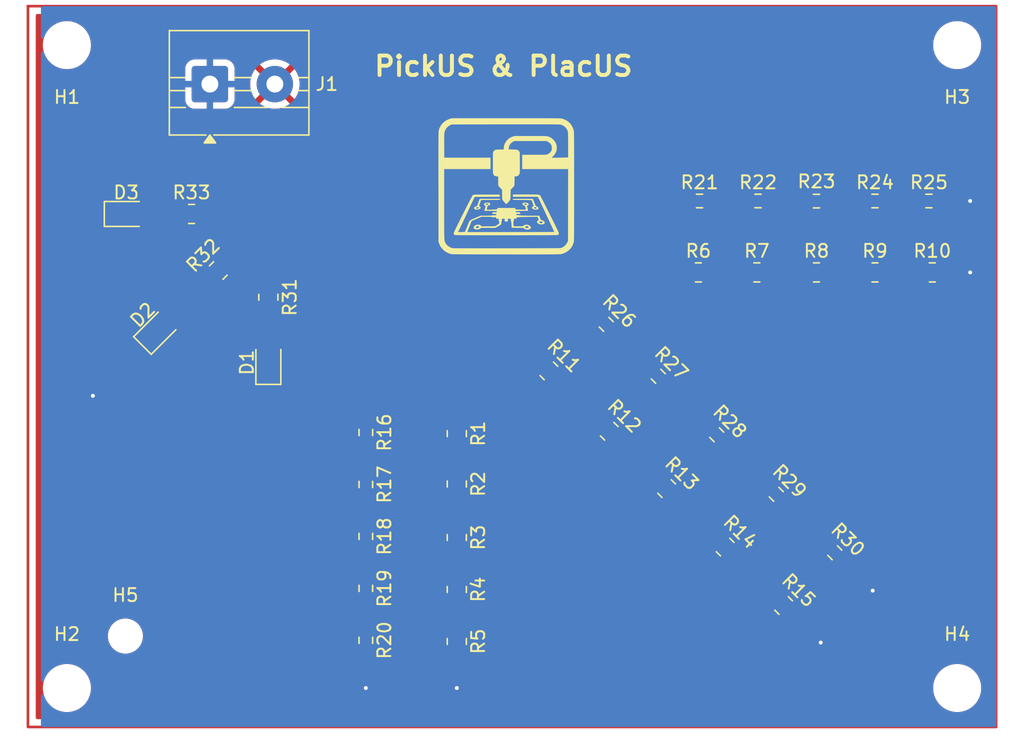
<source format=kicad_pcb>
(kicad_pcb (version 20241229) (generator "pcbnew") (generator_version "9.0")
  (layers (0 "F.Cu" signal) (2 "B.Cu" signal) (13 "F.Paste" user) (15 "B.Paste" user) (5 "F.SilkS" user "F.Silkscreen") (7 "B.SilkS" user "B.Silkscreen") (1 "F.Mask" user) (3 "B.Mask" user) (25 "Edge.Cuts" user))
  (net 0 "")
  (net 1 "GND")
  (net 2 "Net-(D1-A)")
  (net 3 "Net-(D2-A)")
  (net 4 "Net-(D3-A)")
  (net 5 "+5V")
  (net 6 "Net-(R1-Pad2)")
  (net 7 "Net-(R2-Pad2)")
  (net 8 "Net-(R3-Pad2)")
  (net 9 "Net-(R4-Pad2)")
  (net 10 "Net-(R6-Pad2)")
  (net 11 "Net-(R7-Pad2)")
  (net 12 "Net-(R8-Pad2)")
  (net 13 "Net-(R10-Pad1)")
  (net 14 "Net-(R11-Pad2)")
  (net 15 "Net-(R12-Pad2)")
  (net 16 "Net-(R13-Pad2)")
  (net 17 "Net-(R14-Pad2)")
  (net 18 "Net-(R16-Pad2)")
  (net 19 "Net-(R17-Pad2)")
  (net 20 "Net-(R18-Pad2)")
  (net 21 "Net-(R19-Pad2)")
  (net 22 "Net-(R21-Pad2)")
  (net 23 "Net-(R22-Pad2)")
  (net 24 "Net-(R23-Pad2)")
  (net 25 "Net-(R24-Pad2)")
  (net 26 "Net-(R26-Pad2)")
  (net 27 "Net-(R27-Pad2)")
  (net 28 "Net-(R28-Pad2)")
  (net 29 "Net-(R29-Pad2)")
  (footprint "Resistor_SMD:R_0805_2012Metric" (layer "F.Cu") (at 113.0875 51)
    (property "Reference" "R10" (at 0 -1.65 0) (layer "F.SilkS"))
    (property "Value" "R")
    (pad "1" smd roundrect (at -0.9125 0) (size 1.025 1.4) (layers "F.Cu" "F.Mask" "F.Paste") (roundrect_rratio 0.243902) (net 13 "Net-(R10-Pad1)"))
    (pad "2" smd roundrect (at 0.9125 0) (size 1.025 1.4) (layers "F.Cu" "F.Mask" "F.Paste") (roundrect_rratio 0.243902) (net 1 "GND"))
  )
  (footprint "Resistor_SMD:R_0603_1608Metric" (layer "F.Cu") (at 69.5 67.325 -90)
    (property "Reference" "R17" (at 0 -1.43 90) (layer "F.SilkS"))
    (property "Value" "R")
    (pad "1" smd roundrect (at -0.825 0 270) (size 0.8 0.95) (layers "F.Cu" "F.Mask" "F.Paste") (net 18 "Net-(R16-Pad2)"))
    (pad "2" smd roundrect (at 0.825 0 270) (size 0.8 0.95) (layers "F.Cu" "F.Mask" "F.Paste") (net 19 "Net-(R17-Pad2)"))
  )
  (footprint "Resistor_SMD:R_0805_2012Metric" (layer "F.Cu") (at 108.675 51)
    (property "Reference" "R9" (at 0 -1.65 0) (layer "F.SilkS"))
    (property "Value" "R")
    (pad "1" smd roundrect (at -0.9125 0) (size 1.025 1.4) (layers "F.Cu" "F.Mask" "F.Paste") (roundrect_rratio 0.243902) (net 12 "Net-(R8-Pad2)"))
    (pad "2" smd roundrect (at 0.9125 0) (size 1.025 1.4) (layers "F.Cu" "F.Mask" "F.Paste") (roundrect_rratio 0.243902) (net 13 "Net-(R10-Pad1)"))
  )
  (footprint "MountingHole:MountingHole_3.2mm_M3" (layer "F.Cu") (at 46.5 83)
    (property "Reference" "H2" (at 0 -4.15 0) (layer "F.SilkS"))
    (property "Value" "MountingHole")
    (pad "" np_thru_hole circle (at 0 0) (size 3.2 3.2) (drill 3.2) (layers "*.Cu" "*.Mask"))
  )
  (footprint "MountingHole:MountingHole_2.2mm_M2" (layer "F.Cu") (at 51 79)
    (property "Reference" "H5" (at 0 -3.15 0) (layer "F.SilkS"))
    (property "Value" "MountingHole")
    (pad "" np_thru_hole circle (at 0 0) (size 2.2 2.2) (drill 2.2) (layers "*.Cu" "*.Mask"))
  )
  (footprint "Resistor_SMD:R_0603_1608Metric" (layer "F.Cu") (at 112.825 45.5)
    (property "Reference" "R25" (at 0 -1.43 0) (layer "F.SilkS"))
    (property "Value" "R")
    (pad "1" smd roundrect (at -0.825 0) (size 0.8 0.95) (layers "F.Cu" "F.Mask" "F.Paste") (net 25 "Net-(R24-Pad2)"))
    (pad "2" smd roundrect (at 0.825 0) (size 0.8 0.95) (layers "F.Cu" "F.Mask" "F.Paste") (net 1 "GND"))
  )
  (footprint "Resistor_SMD:R_0603_1608Metric" (layer "F.Cu") (at 92 59 -45)
    (property "Reference" "R27" (at 0 -1.43 135) (layer "F.SilkS"))
    (property "Value" "R_45deg")
    (pad "1" smd roundrect (at -0.825 0 315) (size 0.8 0.95) (layers "F.Cu" "F.Mask" "F.Paste") (net 26 "Net-(R26-Pad2)"))
    (pad "2" smd roundrect (at 0.825 0 315) (size 0.8 0.95) (layers "F.Cu" "F.Mask" "F.Paste") (net 27 "Net-(R27-Pad2)"))
  )
  (footprint "Resistor_SMD:R_0805_2012Metric" (layer "F.Cu") (at 76.5 67.29 -90)
    (property "Reference" "R2" (at 0 -1.65 90) (layer "F.SilkS"))
    (property "Value" "R")
    (pad "1" smd roundrect (at -0.9125 0 270) (size 1.025 1.4) (layers "F.Cu" "F.Mask" "F.Paste") (roundrect_rratio 0.243902) (net 6 "Net-(R1-Pad2)"))
    (pad "2" smd roundrect (at 0.9125 0 270) (size 1.025 1.4) (layers "F.Cu" "F.Mask" "F.Paste") (roundrect_rratio 0.243902) (net 7 "Net-(R2-Pad2)"))
  )
  (footprint "Resistor_SMD:R_0805_2012Metric" (layer "F.Cu") (at 92.645235 67.645235 -45)
    (property "Reference" "R13" (at 0 -1.65 135) (layer "F.SilkS"))
    (property "Value" "R_45deg")
    (pad "1" smd roundrect (at -0.9125 0 315) (size 1.025 1.4) (layers "F.Cu" "F.Mask" "F.Paste") (roundrect_rratio 0.243902) (net 15 "Net-(R12-Pad2)"))
    (pad "2" smd roundrect (at 0.9125 0 315) (size 1.025 1.4) (layers "F.Cu" "F.Mask" "F.Paste") (roundrect_rratio 0.243902) (net 16 "Net-(R13-Pad2)"))
  )
  (footprint "Resistor_SMD:R_0603_1608Metric" (layer "F.Cu") (at 101.083363 68.083363 -45)
    (property "Reference" "R29" (at 0 -1.43 135) (layer "F.SilkS"))
    (property "Value" "R_45deg")
    (pad "1" smd roundrect (at -0.825 0 315) (size 0.8 0.95) (layers "F.Cu" "F.Mask" "F.Paste") (net 28 "Net-(R28-Pad2)"))
    (pad "2" smd roundrect (at 0.825 0 315) (size 0.8 0.95) (layers "F.Cu" "F.Mask" "F.Paste") (net 29 "Net-(R29-Pad2)"))
  )
  (footprint "Resistor_SMD:R_0805_2012Metric" (layer "F.Cu") (at 56.0875 46.5)
    (property "Reference" "R33" (at 0 -1.65 0) (layer "F.SilkS"))
    (property "Value" "R")
    (pad "1" smd roundrect (at -0.9125 0) (size 1.025 1.4) (layers "F.Cu" "F.Mask" "F.Paste") (roundrect_rratio 0.243902) (net 4 "Net-(D3-A)"))
    (pad "2" smd roundrect (at 0.9125 0) (size 1.025 1.4) (layers "F.Cu" "F.Mask" "F.Paste") (roundrect_rratio 0.243902) (net 5 "+5V"))
  )
  (footprint "MountingHole:MountingHole_3.2mm_M3" (layer "F.Cu") (at 46.5 33.5)
    (property "Reference" "H1" (at 0 4 0) (layer "F.SilkS"))
    (property "Value" "MountingHole")
    (pad "" np_thru_hole circle (at 0 0) (size 3.2 3.2) (drill 3.2) (layers "*.Cu" "*.Mask"))
  )
  (footprint "MountingHole:MountingHole_3.2mm_M3" (layer "F.Cu") (at 115 33.5)
    (property "Reference" "H3" (at 0 4 0) (layer "F.SilkS"))
    (property "Value" "MountingHole")
    (pad "" np_thru_hole circle (at 0 0) (size 3.2 3.2) (drill 3.2) (layers "*.Cu" "*.Mask"))
  )
  (footprint "MountingHole:MountingHole_3.2mm_M3" (layer "F.Cu") (at 115 83)
    (property "Reference" "H4" (at 0 -4.15 0) (layer "F.SilkS"))
    (property "Value" "MountingHole")
    (pad "" np_thru_hole circle (at 0 0) (size 3.2 3.2) (drill 3.2) (layers "*.Cu" "*.Mask"))
  )
  (footprint "Resistor_SMD:R_0603_1608Metric" (layer "F.Cu") (at 69.5 75.325 -90)
    (property "Reference" "R19" (at 0 -1.43 90) (layer "F.SilkS"))
    (property "Value" "R")
    (pad "1" smd roundrect (at -0.825 0 270) (size 0.8 0.95) (layers "F.Cu" "F.Mask" "F.Paste") (net 20 "Net-(R18-Pad2)"))
    (pad "2" smd roundrect (at 0.825 0 270) (size 0.8 0.95) (layers "F.Cu" "F.Mask" "F.Paste") (net 21 "Net-(R19-Pad2)"))
  )
  (footprint "Resistor_SMD:R_0805_2012Metric" (layer "F.Cu") (at 101.645235 76.645235 -45)
    (property "Reference" "R15" (at 0 -1.65 135) (layer "F.SilkS"))
    (property "Value" "R_45deg")
    (pad "1" smd roundrect (at -0.9125 0 315) (size 1.025 1.4) (layers "F.Cu" "F.Mask" "F.Paste") (roundrect_rratio 0.243902) (net 17 "Net-(R14-Pad2)"))
    (pad "2" smd roundrect (at 0.9125 0 315) (size 1.025 1.4) (layers "F.Cu" "F.Mask" "F.Paste") (roundrect_rratio 0.243902) (net 1 "GND"))
  )
  (footprint "Resistor_SMD:R_0603_1608Metric" (layer "F.Cu") (at 108.675 45.5)
    (property "Reference" "R24" (at 0 -1.43 0) (layer "F.SilkS"))
    (property "Value" "R")
    (pad "1" smd roundrect (at -0.825 0) (size 0.8 0.95) (layers "F.Cu" "F.Mask" "F.Paste") (net 24 "Net-(R23-Pad2)"))
    (pad "2" smd roundrect (at 0.825 0) (size 0.8 0.95) (layers "F.Cu" "F.Mask" "F.Paste") (net 25 "Net-(R24-Pad2)"))
  )
  (footprint "Resistor_SMD:R_0805_2012Metric" (layer "F.Cu") (at 76.5 63.4125 -90)
    (property "Reference" "R1" (at 0 -1.65 90) (layer "F.SilkS"))
    (property "Value" "R")
    (pad "1" smd roundrect (at -0.9125 0 270) (size 1.025 1.4) (layers "F.Cu" "F.Mask" "F.Paste") (roundrect_rratio 0.243902) (net 5 "+5V"))
    (pad "2" smd roundrect (at 0.9125 0 270) (size 1.025 1.4) (layers "F.Cu" "F.Mask" "F.Paste") (roundrect_rratio 0.243902) (net 6 "Net-(R1-Pad2)"))
  )
  (footprint "LED_SMD:LED_0805_2012Metric" (layer "F.Cu") (at 62 57.937501 90)
    (property "Reference" "D1" (at 0 -1.65 90) (layer "F.SilkS"))
    (property "Value" "LED")
    (pad "1" smd roundrect (at -0.937501 0 90) (size 0.975 1.4) (layers "F.Cu" "F.Mask" "F.Paste") (net 1 "GND"))
    (pad "2" smd roundrect (at 0.937501 0 90) (size 0.975 1.4) (layers "F.Cu" "F.Mask" "F.Paste") (net 2 "Net-(D1-A)"))
  )
  (footprint "Resistor_SMD:R_0603_1608Metric" (layer "F.Cu") (at 99.675 45.5)
    (property "Reference" "R22" (at 0 -1.43 0) (layer "F.SilkS"))
    (property "Value" "R")
    (pad "1" smd roundrect (at -0.825 0) (size 0.8 0.95) (layers "F.Cu" "F.Mask" "F.Paste") (net 22 "Net-(R21-Pad2)"))
    (pad "2" smd roundrect (at 0.825 0) (size 0.8 0.95) (layers "F.Cu" "F.Mask" "F.Paste") (net 23 "Net-(R22-Pad2)"))
  )
  (footprint "Resistor_SMD:R_0805_2012Metric" (layer "F.Cu") (at 76.5 79.4125 -90)
    (property "Reference" "R5" (at 0 -1.65 90) (layer "F.SilkS"))
    (property "Value" "R")
    (pad "1" smd roundrect (at -0.9125 0 270) (size 1.025 1.4) (layers "F.Cu" "F.Mask" "F.Paste") (roundrect_rratio 0.243902) (net 9 "Net-(R4-Pad2)"))
    (pad "2" smd roundrect (at 0.9125 0 270) (size 1.025 1.4) (layers "F.Cu" "F.Mask" "F.Paste") (roundrect_rratio 0.243902) (net 1 "GND"))
  )
  (footprint "Resistor_SMD:R_0603_1608Metric" (layer "F.Cu") (at 104.175 45.51)
    (property "Reference" "R23" (at 0 -1.51 0) (layer "F.SilkS"))
    (property "Value" "R")
    (pad "1" smd roundrect (at -0.825 0) (size 0.8 0.95) (layers "F.Cu" "F.Mask" "F.Paste") (net 23 "Net-(R22-Pad2)"))
    (pad "2" smd roundrect (at 0.825 0) (size 0.8 0.95) (layers "F.Cu" "F.Mask" "F.Paste") (net 24 "Net-(R23-Pad2)"))
  )
  (footprint "Resistor_SMD:R_0805_2012Metric" (layer "F.Cu") (at 95.0875 51)
    (property "Reference" "R6" (at 0 -1.65 0) (layer "F.SilkS"))
    (property "Value" "R")
    (pad "1" smd roundrect (at -0.9125 0) (size 1.025 1.4) (layers "F.Cu" "F.Mask" "F.Paste") (roundrect_rratio 0.243902) (net 5 "+5V"))
    (pad "2" smd roundrect (at 0.9125 0) (size 1.025 1.4) (layers "F.Cu" "F.Mask" "F.Paste") (roundrect_rratio 0.243902) (net 10 "Net-(R6-Pad2)"))
  )
  (footprint "Resistor_SMD:R_0805_2012Metric" (layer "F.Cu") (at 97.145235 72.145235 -45)
    (property "Reference" "R14" (at 0 -1.65 135) (layer "F.SilkS"))
    (property "Value" "R_45deg")
    (pad "1" smd roundrect (at -0.9125 0 315) (size 1.025 1.4) (layers "F.Cu" "F.Mask" "F.Paste") (roundrect_rratio 0.243902) (net 16 "Net-(R13-Pad2)"))
    (pad "2" smd roundrect (at 0.9125 0 315) (size 1.025 1.4) (layers "F.Cu" "F.Mask" "F.Paste") (roundrect_rratio 0.243902) (net 17 "Net-(R14-Pad2)"))
  )
  (footprint "Resistor_SMD:R_0603_1608Metric" (layer "F.Cu") (at 95.175 45.5)
    (property "Reference" "R21" (at 0 -1.43 0) (layer "F.SilkS"))
    (property "Value" "R")
    (pad "1" smd roundrect (at -0.825 0) (size 0.8 0.95) (layers "F.Cu" "F.Mask" "F.Paste") (net 5 "+5V"))
    (pad "2" smd roundrect (at 0.825 0) (size 0.8 0.95) (layers "F.Cu" "F.Mask" "F.Paste") (net 22 "Net-(R21-Pad2)"))
  )
  (footprint "Resistor_SMD:R_0603_1608Metric" (layer "F.Cu") (at 96.5 63.5 -45)
    (property "Reference" "R28" (at 0 -1.43 135) (layer "F.SilkS"))
    (property "Value" "R_45deg")
    (pad "1" smd roundrect (at -0.825 0 315) (size 0.8 0.95) (layers "F.Cu" "F.Mask" "F.Paste") (net 27 "Net-(R27-Pad2)"))
    (pad "2" smd roundrect (at 0.825 0 315) (size 0.8 0.95) (layers "F.Cu" "F.Mask" "F.Paste") (net 28 "Net-(R28-Pad2)"))
  )
  (footprint "Resistor_SMD:R_0805_2012Metric" (layer "F.Cu") (at 76.5 75.4125 -90)
    (property "Reference" "R4" (at 0 -1.65 90) (layer "F.SilkS"))
    (property "Value" "R")
    (pad "1" smd roundrect (at -0.9125 0 270) (size 1.025 1.4) (layers "F.Cu" "F.Mask" "F.Paste") (roundrect_rratio 0.243902) (net 8 "Net-(R3-Pad2)"))
    (pad "2" smd roundrect (at 0.9125 0 270) (size 1.025 1.4) (layers "F.Cu" "F.Mask" "F.Paste") (roundrect_rratio 0.243902) (net 9 "Net-(R4-Pad2)"))
  )
  (footprint "Resistor_SMD:R_0603_1608Metric" (layer "F.Cu") (at 69.5 63.325 -90)
    (property "Reference" "R16" (at 0 -1.43 90) (layer "F.SilkS"))
    (property "Value" "R")
    (pad "1" smd roundrect (at -0.825 0 270) (size 0.8 0.95) (layers "F.Cu" "F.Mask" "F.Paste") (net 5 "+5V"))
    (pad "2" smd roundrect (at 0.825 0 270) (size 0.8 0.95) (layers "F.Cu" "F.Mask" "F.Paste") (net 18 "Net-(R16-Pad2)"))
  )
  (footprint "Resistor_SMD:R_0805_2012Metric" (layer "F.Cu") (at 88.228598 63.228598 -45)
    (property "Reference" "R12" (at 0 -1.65 135) (layer "F.SilkS"))
    (property "Value" "R_45deg")
    (pad "1" smd roundrect (at -0.9125 0 315) (size 1.025 1.4) (layers "F.Cu" "F.Mask" "F.Paste") (roundrect_rratio 0.243902) (net 14 "Net-(R11-Pad2)"))
    (pad "2" smd roundrect (at 0.9125 0 315) (size 1.025 1.4) (layers "F.Cu" "F.Mask" "F.Paste") (roundrect_rratio 0.243902) (net 15 "Net-(R12-Pad2)"))
  )
  (footprint "Resistor_SMD:R_0805_2012Metric" (layer "F.Cu") (at 62 52.9125 -90)
    (property "Reference" "R31" (at 0 -1.65 90) (layer "F.SilkS"))
    (property "Value" "R")
    (pad "1" smd roundrect (at -0.9125 0 270) (size 1.025 1.4) (layers "F.Cu" "F.Mask" "F.Paste") (roundrect_rratio 0.243902) (net 5 "+5V"))
    (pad "2" smd roundrect (at 0.9125 0 270) (size 1.025 1.4) (layers "F.Cu" "F.Mask" "F.Paste") (roundrect_rratio 0.243902) (net 2 "Net-(D1-A)"))
  )
  (footprint "Resistor_SMD:R_0805_2012Metric" (layer "F.Cu") (at 83.583363 58.583363 -45)
    (property "Reference" "R11" (at 0 -1.65 135) (layer "F.SilkS"))
    (property "Value" "R_45deg")
    (pad "1" smd roundrect (at -0.9125 0 315) (size 1.025 1.4) (layers "F.Cu" "F.Mask" "F.Paste") (roundrect_rratio 0.243902) (net 5 "+5V"))
    (pad "2" smd roundrect (at 0.9125 0 315) (size 1.025 1.4) (layers "F.Cu" "F.Mask" "F.Paste") (roundrect_rratio 0.243902) (net 14 "Net-(R11-Pad2)"))
  )
  (footprint "Resistor_SMD:R_0805_2012Metric" (layer "F.Cu") (at 76.5 71.4125 -90)
    (property "Reference" "R3" (at 0 -1.65 90) (layer "F.SilkS"))
    (property "Value" "R")
    (pad "1" smd roundrect (at -0.9125 0 270) (size 1.025 1.4) (layers "F.Cu" "F.Mask" "F.Paste") (roundrect_rratio 0.243902) (net 7 "Net-(R2-Pad2)"))
    (pad "2" smd roundrect (at 0.9125 0 270) (size 1.025 1.4) (layers "F.Cu" "F.Mask" "F.Paste") (roundrect_rratio 0.243902) (net 8 "Net-(R3-Pad2)"))
  )
  (footprint "Resistor_SMD:R_0805_2012Metric" (layer "F.Cu") (at 99.5875 51)
    (property "Reference" "R7" (at 0 -1.65 0) (layer "F.SilkS"))
    (property "Value" "R")
    (pad "1" smd roundrect (at -0.9125 0) (size 1.025 1.4) (layers "F.Cu" "F.Mask" "F.Paste") (roundrect_rratio 0.243902) (net 10 "Net-(R6-Pad2)"))
    (pad "2" smd roundrect (at 0.9125 0) (size 1.025 1.4) (layers "F.Cu" "F.Mask" "F.Paste") (roundrect_rratio 0.243902) (net 11 "Net-(R7-Pad2)"))
  )
  (footprint "Resistor_SMD:R_0805_2012Metric" (layer "F.Cu") (at 58.145235 50.854765 45)
    (property "Reference" "R32" (at 0 -1.65 45) (layer "F.SilkS"))
    (property "Value" "R_45deg")
    (pad "1" smd roundrect (at -0.9125 0 45) (size 1.025 1.4) (layers "F.Cu" "F.Mask" "F.Paste") (roundrect_rratio 0.243902) (net 3 "Net-(D2-A)"))
    (pad "2" smd roundrect (at 0.9125 0 45) (size 1.025 1.4) (layers "F.Cu" "F.Mask" "F.Paste") (roundrect_rratio 0.243902) (net 5 "+5V"))
  )
  (footprint "TerminalBlock:TerminalBlock_MaiXu_MX126-5.0-02P_1x02_P5.00mm" (layer "F.Cu") (at 57.5 36.5)
    (property "Reference" "J1" (at 9 0 0) (layer "F.SilkS"))
    (property "Value" "Screw_Terminal_01x02")
    (pad "1" thru_hole roundrect (at 0 0) (size 2.8 2.8) (drill 1.3) (layers "*.Cu" "*.Mask") (roundrect_rratio 0.089286) (net 1 "GND"))
    (pad "2" thru_hole circle (at 5 0) (size 2.8 2.8) (drill 1.3) (layers "*.Cu" "*.Mask") (net 5 "+5V"))
  )
  (footprint "Resistor_SMD:R_0603_1608Metric" (layer "F.Cu") (at 105.583363 72.583363 -45)
    (property "Reference" "R30" (at 0 -1.43 135) (layer "F.SilkS"))
    (property "Value" "R_45deg")
    (pad "1" smd roundrect (at -0.825 0 315) (size 0.8 0.95) (layers "F.Cu" "F.Mask" "F.Paste") (net 29 "Net-(R29-Pad2)"))
    (pad "2" smd roundrect (at 0.825 0 315) (size 0.8 0.95) (layers "F.Cu" "F.Mask" "F.Paste") (net 1 "GND"))
  )
  (footprint "LED_SMD:LED_0805_2012Metric" (layer "F.Cu") (at 51.062499 46.5)
    (property "Reference" "D3" (at 0 -1.65 0) (layer "F.SilkS"))
    (property "Value" "LED")
    (pad "1" smd roundrect (at -0.937501 0) (size 0.975 1.4) (layers "F.Cu" "F.Mask" "F.Paste") (net 1 "GND"))
    (pad "2" smd roundrect (at 0.937501 0) (size 0.975 1.4) (layers "F.Cu" "F.Mask" "F.Paste") (net 4 "Net-(D3-A)"))
  )
  (footprint "Resistor_SMD:R_0603_1608Metric" (layer "F.Cu") (at 69.5 79.325 -90)
    (property "Reference" "R20" (at 0 -1.43 90) (layer "F.SilkS"))
    (property "Value" "R")
    (pad "1" smd roundrect (at -0.825 0 270) (size 0.8 0.95) (layers "F.Cu" "F.Mask" "F.Paste") (net 21 "Net-(R19-Pad2)"))
    (pad "2" smd roundrect (at 0.825 0 270) (size 0.8 0.95) (layers "F.Cu" "F.Mask" "F.Paste") (net 1 "GND"))
  )
  (footprint "Resistor_SMD:R_0603_1608Metric" (layer "F.Cu") (at 88 55 -45)
    (property "Reference" "R26" (at 0 -1.43 135) (layer "F.SilkS"))
    (property "Value" "R_45deg")
    (pad "1" smd roundrect (at -0.825 0 315) (size 0.8 0.95) (layers "F.Cu" "F.Mask" "F.Paste") (net 5 "+5V"))
    (pad "2" smd roundrect (at 0.825 0 315) (size 0.8 0.95) (layers "F.Cu" "F.Mask" "F.Paste") (net 26 "Net-(R26-Pad2)"))
  )
  (footprint "Resistor_SMD:R_0805_2012Metric" (layer "F.Cu") (at 104.175 51)
    (property "Reference" "R8" (at 0 -1.65 0) (layer "F.SilkS"))
    (property "Value" "R")
    (pad "1" smd roundrect (at -0.9125 0) (size 1.025 1.4) (layers "F.Cu" "F.Mask" "F.Paste") (roundrect_rratio 0.243902) (net 11 "Net-(R7-Pad2)"))
    (pad "2" smd roundrect (at 0.9125 0) (size 1.025 1.4) (layers "F.Cu" "F.Mask" "F.Paste") (roundrect_rratio 0.243902) (net 12 "Net-(R8-Pad2)"))
  )
  (footprint "LED_SMD:LED_0805_2012Metric" (layer "F.Cu") (at 53.5 55.437501 45)
    (property "Reference" "D2" (at 0 -1.65 45) (layer "F.SilkS"))
    (property "Value" "LED")
    (pad "1" smd roundrect (at -0.937501 0 45) (size 0.975 1.4) (layers "F.Cu" "F.Mask" "F.Paste") (net 1 "GND"))
    (pad "2" smd roundrect (at 0.937501 0 45) (size 0.975 1.4) (layers "F.Cu" "F.Mask" "F.Paste") (net 3 "Net-(D2-A)"))
  )
  (footprint "LOGO" (layer "F.Cu") (at 80.5 44.5)
    (property "Reference" "G***" (hide yes))
    (property "Value" "LOGO" (hide yes))
  )
  (footprint "Resistor_SMD:R_0603_1608Metric" (layer "F.Cu") (at 69.5 71.325 -90)
    (property "Reference" "R18" (at 0 -1.43 90) (layer "F.SilkS"))
    (property "Value" "R")
    (pad "1" smd roundrect (at -0.825 0 270) (size 0.8 0.95) (layers "F.Cu" "F.Mask" "F.Paste") (net 19 "Net-(R17-Pad2)"))
    (pad "2" smd roundrect (at 0.825 0 270) (size 0.8 0.95) (layers "F.Cu" "F.Mask" "F.Paste") (net 20 "Net-(R18-Pad2)"))
  )
  (gr_rect (start 43.5 30.5) (end 118 86) (stroke (width 0.2)) (fill no) (layer "F.Cu"))
  (gr_text "PickUS & PlacUS" (at 70 36 0) (layer "F.SilkS") (effects (font (size 1.5 1.5) (thickness 0.3) (bold yes)) (justify left bottom)))
  (segment (start 62 58.875002) (end 60.375002 60.5) (width 0.2) (layer "F.Cu") (net 1))
  (segment (start 113.65 45.5) (end 116 45.5) (width 0.2) (layer "F.Cu") (net 1))
  (segment (start 76.5 80.325) (end 76.5 83) (width 0.2) (layer "F.Cu") (net 1))
  (segment (start 106.166726 73.166726) (end 108.5 75.5) (width 0.2) (layer "F.Cu") (net 1))
  (segment (start 60.375002 60.5) (end 48.5 60.5) (width 0.2) (layer "F.Cu") (net 1))
  (segment (start 69.5 80.15) (end 69.5 83) (width 0.2) (layer "F.Cu") (net 1))
  (segment (start 48.5 48.124998) (end 48.5 60.5) (width 0.2) (layer "F.Cu") (net 1))
  (segment (start 114 51) (end 116 51) (width 0.2) (layer "F.Cu") (net 1))
  (segment (start 50.124998 46.5) (end 48.5 48.124998) (width 0.2) (layer "F.Cu") (net 1))
  (segment (start 102.29047 77.29047) (end 104.5 79.5) (width 0.2) (layer "F.Cu") (net 1))
  (segment (start 52.837087 56.100414) (end 48.5 60.437501) (width 0.2) (layer "F.Cu") (net 1))
  (segment (start 48.5 60.437501) (end 48.5 60.5) (width 0.2) (layer "F.Cu") (net 1))
  (via (at 108.5 75.5) (size 0.6) (drill 0.3) (layers "F.Cu" "B.Cu") (net 1))
  (via (at 116 51) (size 0.6) (drill 0.3) (layers "F.Cu" "B.Cu") (net 1))
  (via (at 48.5 60.5) (size 0.6) (drill 0.3) (layers "F.Cu" "B.Cu") (net 1))
  (via (at 116 45.5) (size 0.6) (drill 0.3) (layers "F.Cu" "B.Cu") (net 1))
  (via (at 69.5 83) (size 0.6) (drill 0.3) (layers "F.Cu" "B.Cu") (net 1))
  (via (at 76.5 83) (size 0.6) (drill 0.3) (layers "F.Cu" "B.Cu") (net 1))
  (via (at 104.5 79.5) (size 0.6) (drill 0.3) (layers "F.Cu" "B.Cu") (net 1))
  (segment (start 62 53.825) (end 62 57) (width 0.2) (layer "F.Cu") (net 2))
  (segment (start 57.5 51.5) (end 54.225412 54.774588) (width 0.2) (layer "F.Cu") (net 3))
  (segment (start 54.225412 54.774588) (end 54.162913 54.774588) (width 0.2) (layer "F.Cu") (net 3))
  (segment (start 55.175 46.5) (end 52 46.5) (width 0.2) (layer "F.Cu") (net 4))
  (segment (start 76.5 64.325) (end 76.5 66.3775) (width 0.2) (layer "F.Cu") (net 6))
  (segment (start 76.5 66.3275) (end 76.55 66.3775) (width 0.2) (layer "F.Cu") (net 6))
  (segment (start 76.55 70.45) (end 76.5 70.5) (width 0.2) (layer "F.Cu") (net 7))
  (segment (start 76.5 68.2025) (end 76.5 70.5) (width 0.2) (layer "F.Cu") (net 7))
  (segment (start 76.5 72.325) (end 76.5 74.5) (width 0.2) (layer "F.Cu") (net 8))
  (segment (start 76.5 76.325) (end 76.5 78.5) (width 0.2) (layer "F.Cu") (net 9))
  (segment (start 96 51) (end 98.675 51) (width 0.2) (layer "F.Cu") (net 10))
  (segment (start 100.5 51) (end 103.2625 51) (width 0.2) (layer "F.Cu") (net 11))
  (segment (start 105.0875 51) (end 107.7625 51) (width 0.2) (layer "F.Cu") (net 12))
  (segment (start 112.175 51) (end 109.5875 51) (width 0.2) (layer "F.Cu") (net 13))
  (segment (start 84.228598 59.228598) (end 87.583363 62.583363) (width 0.2) (layer "F.Cu") (net 14))
  (segment (start 88.873833 63.873833) (end 92 67) (width 0.2) (layer "F.Cu") (net 15))
  (segment (start 93.29047 68.29047) (end 96.5 71.5) (width 0.2) (layer "F.Cu") (net 16))
  (segment (start 97.79047 72.79047) (end 101 76) (width 0.2) (layer "F.Cu") (net 17))
  (segment (start 69.5 64.15) (end 69.5 66.5) (width 0.2) (layer "F.Cu") (net 18))
  (segment (start 69.5 68.15) (end 69.5 70.5) (width 0.2) (layer "F.Cu") (net 19))
  (segment (start 69.5 72.15) (end 69.5 74.5) (width 0.2) (layer "F.Cu") (net 20))
  (segment (start 69.5 76.15) (end 69.5 78.5) (width 0.2) (layer "F.Cu") (net 21))
  (segment (start 96 45.5) (end 98.85 45.5) (width 0.2) (layer "F.Cu") (net 22))
  (segment (start 101.01 45.51) (end 103.35 45.51) (width 0.2) (layer "F.Cu") (net 23))
  (segment (start 100.5 45.5) (end 101 45.5) (width 0.2) (layer "F.Cu") (net 23))
  (segment (start 101 45.5) (end 101.01 45.51) (width 0.2) (layer "F.Cu") (net 23))
  (segment (start 107.84 45.51) (end 107.85 45.5) (width 0.2) (layer "F.Cu") (net 24))
  (segment (start 105 45.51) (end 107.84 45.51) (width 0.2) (layer "F.Cu") (net 24))
  (segment (start 109.5 45.5) (end 112 45.5) (width 0.2) (layer "F.Cu") (net 25))
  (segment (start 88.583363 55.583363) (end 91.416637 58.416637) (width 0.2) (layer "F.Cu") (net 26))
  (segment (start 92.583363 59.583363) (end 95.916637 62.916637) (width 0.2) (layer "F.Cu") (net 27))
  (segment (start 97.083363 64.083363) (end 100.5 67.5) (width 0.2) (layer "F.Cu") (net 28))
  (segment (start 101.666726 68.666726) (end 105 72) (width 0.2) (layer "F.Cu") (net 29))
  (zone (net 5) (net_name "+5V") (layer "F.Cu") (connect_pads (clearance 0.5)) (min_thickness 0.25) (fill yes (thermal_gap 0.5) (thermal_bridge_width 0.5))
    (polygon (pts (xy 43.5 30.5) (xy 118 30.5) (xy 118 86) (xy 43.5 86)))
  )
  (zone (net 1) (net_name "GND") (layer "B.Cu") (priority 1) (connect_pads (clearance 0.5)) (min_thickness 0.25) (fill yes (thermal_gap 0.5) (thermal_bridge_width 0.5))
    (polygon (pts (xy 44.5 30.5) (xy 118 30.5) (xy 118 86) (xy 44.5 86)))
  )
)
</source>
